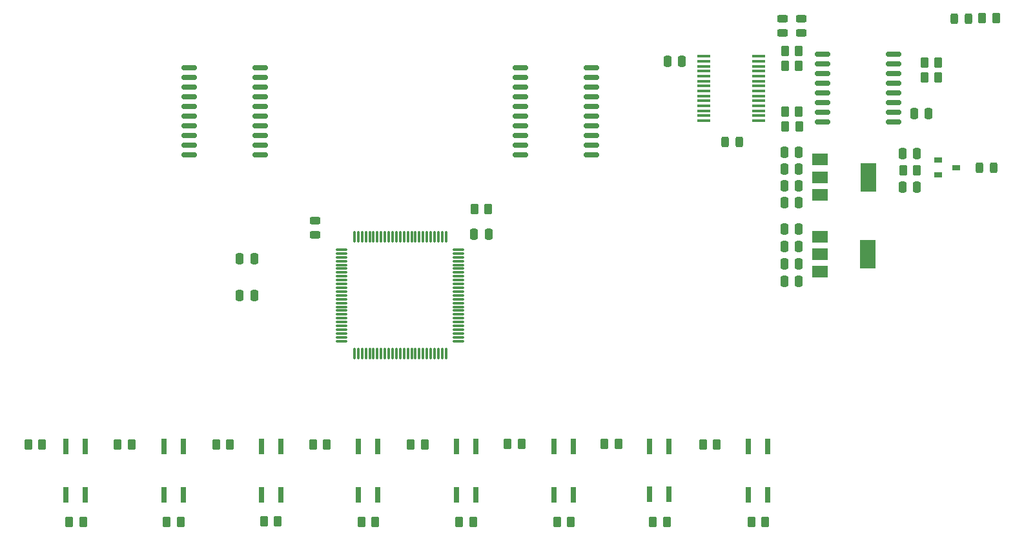
<source format=gtp>
%TF.GenerationSoftware,KiCad,Pcbnew,(6.0.0)*%
%TF.CreationDate,2022-05-07T11:17:07+05:30*%
%TF.ProjectId,Motion_Control_Board2.0,4d6f7469-6f6e-45f4-936f-6e74726f6c5f,rev?*%
%TF.SameCoordinates,Original*%
%TF.FileFunction,Paste,Top*%
%TF.FilePolarity,Positive*%
%FSLAX46Y46*%
G04 Gerber Fmt 4.6, Leading zero omitted, Abs format (unit mm)*
G04 Created by KiCad (PCBNEW (6.0.0)) date 2022-05-07 11:17:07*
%MOMM*%
%LPD*%
G01*
G04 APERTURE LIST*
G04 Aperture macros list*
%AMRoundRect*
0 Rectangle with rounded corners*
0 $1 Rounding radius*
0 $2 $3 $4 $5 $6 $7 $8 $9 X,Y pos of 4 corners*
0 Add a 4 corners polygon primitive as box body*
4,1,4,$2,$3,$4,$5,$6,$7,$8,$9,$2,$3,0*
0 Add four circle primitives for the rounded corners*
1,1,$1+$1,$2,$3*
1,1,$1+$1,$4,$5*
1,1,$1+$1,$6,$7*
1,1,$1+$1,$8,$9*
0 Add four rect primitives between the rounded corners*
20,1,$1+$1,$2,$3,$4,$5,0*
20,1,$1+$1,$4,$5,$6,$7,0*
20,1,$1+$1,$6,$7,$8,$9,0*
20,1,$1+$1,$8,$9,$2,$3,0*%
G04 Aperture macros list end*
%ADD10RoundRect,0.250000X0.250000X0.475000X-0.250000X0.475000X-0.250000X-0.475000X0.250000X-0.475000X0*%
%ADD11RoundRect,0.243750X-0.243750X-0.456250X0.243750X-0.456250X0.243750X0.456250X-0.243750X0.456250X0*%
%ADD12RoundRect,0.075000X-0.075000X0.662500X-0.075000X-0.662500X0.075000X-0.662500X0.075000X0.662500X0*%
%ADD13RoundRect,0.075000X-0.662500X0.075000X-0.662500X-0.075000X0.662500X-0.075000X0.662500X0.075000X0*%
%ADD14RoundRect,0.250000X-0.250000X-0.475000X0.250000X-0.475000X0.250000X0.475000X-0.250000X0.475000X0*%
%ADD15R,0.640000X2.000000*%
%ADD16R,2.000000X1.500000*%
%ADD17R,2.000000X3.800000*%
%ADD18RoundRect,0.250000X-0.262500X-0.450000X0.262500X-0.450000X0.262500X0.450000X-0.262500X0.450000X0*%
%ADD19RoundRect,0.250000X0.262500X0.450000X-0.262500X0.450000X-0.262500X-0.450000X0.262500X-0.450000X0*%
%ADD20RoundRect,0.243750X0.456250X-0.243750X0.456250X0.243750X-0.456250X0.243750X-0.456250X-0.243750X0*%
%ADD21RoundRect,0.150000X-0.875000X-0.150000X0.875000X-0.150000X0.875000X0.150000X-0.875000X0.150000X0*%
%ADD22RoundRect,0.243750X-0.456250X0.243750X-0.456250X-0.243750X0.456250X-0.243750X0.456250X0.243750X0*%
%ADD23RoundRect,0.243750X0.243750X0.456250X-0.243750X0.456250X-0.243750X-0.456250X0.243750X-0.456250X0*%
%ADD24RoundRect,0.150000X0.875000X0.150000X-0.875000X0.150000X-0.875000X-0.150000X0.875000X-0.150000X0*%
%ADD25R,1.750000X0.450000*%
%ADD26R,1.000000X0.700000*%
G04 APERTURE END LIST*
D10*
%TO.C,C26*%
X118843099Y-109356987D03*
X116943099Y-109356987D03*
%TD*%
D11*
%TO.C,D1*%
X210648299Y-72984187D03*
X212523299Y-72984187D03*
%TD*%
D12*
%TO.C,U14*%
X143999699Y-101669087D03*
X143499699Y-101669087D03*
X142999699Y-101669087D03*
X142499699Y-101669087D03*
X141999699Y-101669087D03*
X141499699Y-101669087D03*
X140999699Y-101669087D03*
X140499699Y-101669087D03*
X139999699Y-101669087D03*
X139499699Y-101669087D03*
X138999699Y-101669087D03*
X138499699Y-101669087D03*
X137999699Y-101669087D03*
X137499699Y-101669087D03*
X136999699Y-101669087D03*
X136499699Y-101669087D03*
X135999699Y-101669087D03*
X135499699Y-101669087D03*
X134999699Y-101669087D03*
X134499699Y-101669087D03*
X133999699Y-101669087D03*
X133499699Y-101669087D03*
X132999699Y-101669087D03*
X132499699Y-101669087D03*
X131999699Y-101669087D03*
D13*
X130337199Y-103331587D03*
X130337199Y-103831587D03*
X130337199Y-104331587D03*
X130337199Y-104831587D03*
X130337199Y-105331587D03*
X130337199Y-105831587D03*
X130337199Y-106331587D03*
X130337199Y-106831587D03*
X130337199Y-107331587D03*
X130337199Y-107831587D03*
X130337199Y-108331587D03*
X130337199Y-108831587D03*
X130337199Y-109331587D03*
X130337199Y-109831587D03*
X130337199Y-110331587D03*
X130337199Y-110831587D03*
X130337199Y-111331587D03*
X130337199Y-111831587D03*
X130337199Y-112331587D03*
X130337199Y-112831587D03*
X130337199Y-113331587D03*
X130337199Y-113831587D03*
X130337199Y-114331587D03*
X130337199Y-114831587D03*
X130337199Y-115331587D03*
D12*
X131999699Y-116994087D03*
X132499699Y-116994087D03*
X132999699Y-116994087D03*
X133499699Y-116994087D03*
X133999699Y-116994087D03*
X134499699Y-116994087D03*
X134999699Y-116994087D03*
X135499699Y-116994087D03*
X135999699Y-116994087D03*
X136499699Y-116994087D03*
X136999699Y-116994087D03*
X137499699Y-116994087D03*
X137999699Y-116994087D03*
X138499699Y-116994087D03*
X138999699Y-116994087D03*
X139499699Y-116994087D03*
X139999699Y-116994087D03*
X140499699Y-116994087D03*
X140999699Y-116994087D03*
X141499699Y-116994087D03*
X141999699Y-116994087D03*
X142499699Y-116994087D03*
X142999699Y-116994087D03*
X143499699Y-116994087D03*
X143999699Y-116994087D03*
D13*
X145662199Y-115331587D03*
X145662199Y-114831587D03*
X145662199Y-114331587D03*
X145662199Y-113831587D03*
X145662199Y-113331587D03*
X145662199Y-112831587D03*
X145662199Y-112331587D03*
X145662199Y-111831587D03*
X145662199Y-111331587D03*
X145662199Y-110831587D03*
X145662199Y-110331587D03*
X145662199Y-109831587D03*
X145662199Y-109331587D03*
X145662199Y-108831587D03*
X145662199Y-108331587D03*
X145662199Y-107831587D03*
X145662199Y-107331587D03*
X145662199Y-106831587D03*
X145662199Y-106331587D03*
X145662199Y-105831587D03*
X145662199Y-105331587D03*
X145662199Y-104831587D03*
X145662199Y-104331587D03*
X145662199Y-103831587D03*
X145662199Y-103331587D03*
%TD*%
D14*
%TO.C,C20*%
X173031299Y-78597587D03*
X174931299Y-78597587D03*
%TD*%
D15*
%TO.C,U10*%
X183641599Y-135493987D03*
X186181599Y-135493987D03*
X186181599Y-129193987D03*
X183641599Y-129193987D03*
%TD*%
D16*
%TO.C,U1*%
X193066099Y-91512187D03*
X193066099Y-93812187D03*
X193066099Y-96112187D03*
D17*
X199366099Y-93812187D03*
%TD*%
D18*
%TO.C,R39*%
X171148599Y-139024187D03*
X172973599Y-139024187D03*
%TD*%
D19*
%TO.C,FB1*%
X205766899Y-92897787D03*
X203941899Y-92897787D03*
%TD*%
D18*
%TO.C,R28*%
X188473299Y-79232587D03*
X190298299Y-79232587D03*
%TD*%
D20*
%TO.C,D2*%
X188164699Y-74884587D03*
X188164699Y-73009587D03*
%TD*%
D18*
%TO.C,R36*%
X100942999Y-128889587D03*
X102767999Y-128889587D03*
%TD*%
D15*
%TO.C,U5*%
X107035199Y-135493987D03*
X109575199Y-135493987D03*
X109575199Y-129193987D03*
X107035199Y-129193987D03*
%TD*%
D10*
%TO.C,C7*%
X190298299Y-92770787D03*
X188398299Y-92770787D03*
%TD*%
D21*
%TO.C,U15*%
X110360899Y-79486587D03*
X110360899Y-80756587D03*
X110360899Y-82026587D03*
X110360899Y-83296587D03*
X110360899Y-84566587D03*
X110360899Y-85836587D03*
X110360899Y-87106587D03*
X110360899Y-88376587D03*
X110360899Y-89646587D03*
X110360899Y-90916587D03*
X119660899Y-90916587D03*
X119660899Y-89646587D03*
X119660899Y-88376587D03*
X119660899Y-87106587D03*
X119660899Y-85836587D03*
X119660899Y-84566587D03*
X119660899Y-83296587D03*
X119660899Y-82026587D03*
X119660899Y-80756587D03*
X119660899Y-79486587D03*
%TD*%
D15*
%TO.C,U4*%
X119785999Y-135494387D03*
X122325999Y-135494387D03*
X122325999Y-129194387D03*
X119785999Y-129194387D03*
%TD*%
D14*
%TO.C,C31*%
X147682099Y-101305187D03*
X149582099Y-101305187D03*
%TD*%
D19*
%TO.C,R22*%
X216124800Y-72974200D03*
X214299800Y-72974200D03*
%TD*%
D18*
%TO.C,R13*%
X107394599Y-139024187D03*
X109219599Y-139024187D03*
%TD*%
D10*
%TO.C,C8*%
X190298299Y-102930787D03*
X188398299Y-102930787D03*
%TD*%
%TO.C,C2*%
X190298299Y-107502787D03*
X188398299Y-107502787D03*
%TD*%
D18*
%TO.C,R26*%
X188471399Y-85201587D03*
X190296399Y-85201587D03*
%TD*%
D15*
%TO.C,U8*%
X170738399Y-135443187D03*
X173278399Y-135443187D03*
X173278399Y-129143187D03*
X170738399Y-129143187D03*
%TD*%
D22*
%TO.C,D5*%
X126873000Y-99517200D03*
X126873000Y-101392200D03*
%TD*%
D18*
%TO.C,R37*%
X126571599Y-128889587D03*
X128396599Y-128889587D03*
%TD*%
D16*
%TO.C,U2*%
X193041099Y-101646787D03*
X193041099Y-103946787D03*
X193041099Y-106246787D03*
D17*
X199341099Y-103946787D03*
%TD*%
D10*
%TO.C,C1*%
X190298299Y-97139587D03*
X188398299Y-97139587D03*
%TD*%
D23*
%TO.C,D4*%
X182449699Y-89163987D03*
X180574699Y-89163987D03*
%TD*%
D15*
%TO.C,U6*%
X132536799Y-135494387D03*
X135076799Y-135494387D03*
X135076799Y-129194387D03*
X132536799Y-129194387D03*
%TD*%
D14*
%TO.C,C13*%
X205416299Y-85430187D03*
X207316299Y-85430187D03*
%TD*%
D24*
%TO.C,U12*%
X202669899Y-86547787D03*
X202669899Y-85277787D03*
X202669899Y-84007787D03*
X202669899Y-82737787D03*
X202669899Y-81467787D03*
X202669899Y-80197787D03*
X202669899Y-78927787D03*
X202669899Y-77657787D03*
X193369899Y-77657787D03*
X193369899Y-78927787D03*
X193369899Y-80197787D03*
X193369899Y-81467787D03*
X193369899Y-82737787D03*
X193369899Y-84007787D03*
X193369899Y-85277787D03*
X193369899Y-86547787D03*
%TD*%
D18*
%TO.C,R25*%
X188484437Y-87182256D03*
X190309437Y-87182256D03*
%TD*%
%TO.C,R41*%
X184051799Y-139049587D03*
X185876799Y-139049587D03*
%TD*%
%TO.C,R38*%
X89235499Y-128889587D03*
X91060499Y-128889587D03*
%TD*%
%TO.C,R16*%
X113846199Y-128864187D03*
X115671199Y-128864187D03*
%TD*%
%TO.C,R27*%
X188473299Y-77225987D03*
X190298299Y-77225987D03*
%TD*%
D20*
%TO.C,D3*%
X190603099Y-74909987D03*
X190603099Y-73034987D03*
%TD*%
D18*
%TO.C,R44*%
X152082437Y-128838256D03*
X153907437Y-128838256D03*
%TD*%
%TO.C,R12*%
X120145399Y-138998787D03*
X121970399Y-138998787D03*
%TD*%
D21*
%TO.C,U16*%
X153744099Y-79461187D03*
X153744099Y-80731187D03*
X153744099Y-82001187D03*
X153744099Y-83271187D03*
X153744099Y-84541187D03*
X153744099Y-85811187D03*
X153744099Y-87081187D03*
X153744099Y-88351187D03*
X153744099Y-89621187D03*
X153744099Y-90891187D03*
X163044099Y-90891187D03*
X163044099Y-89621187D03*
X163044099Y-88351187D03*
X163044099Y-87081187D03*
X163044099Y-85811187D03*
X163044099Y-84541187D03*
X163044099Y-83271187D03*
X163044099Y-82001187D03*
X163044099Y-80731187D03*
X163044099Y-79461187D03*
%TD*%
D18*
%TO.C,R46*%
X139398599Y-128864187D03*
X141223599Y-128864187D03*
%TD*%
%TO.C,R45*%
X177699899Y-128864187D03*
X179524899Y-128864187D03*
%TD*%
D10*
%TO.C,C11*%
X190298299Y-90510187D03*
X188398299Y-90510187D03*
%TD*%
%TO.C,C28*%
X118848099Y-104480187D03*
X116948099Y-104480187D03*
%TD*%
%TO.C,C4*%
X190298299Y-94955187D03*
X188398299Y-94955187D03*
%TD*%
D18*
%TO.C,R20*%
X206761299Y-78749987D03*
X208586299Y-78749987D03*
%TD*%
D23*
%TO.C,F1*%
X215825299Y-92592987D03*
X213950299Y-92592987D03*
%TD*%
D10*
%TO.C,C12*%
X190293299Y-100644787D03*
X188393299Y-100644787D03*
%TD*%
D19*
%TO.C,FB2*%
X149556699Y-98003187D03*
X147731699Y-98003187D03*
%TD*%
D15*
%TO.C,U7*%
X94157399Y-135493587D03*
X96697399Y-135493587D03*
X96697399Y-129193587D03*
X94157399Y-129193587D03*
%TD*%
D18*
%TO.C,R14*%
X132921599Y-139049587D03*
X134746599Y-139049587D03*
%TD*%
%TO.C,R40*%
X158550199Y-139049587D03*
X160375199Y-139049587D03*
%TD*%
%TO.C,R21*%
X206761299Y-80731187D03*
X208586299Y-80731187D03*
%TD*%
D10*
%TO.C,C5*%
X190298299Y-105216787D03*
X188398299Y-105216787D03*
%TD*%
D25*
%TO.C,U13*%
X177808299Y-77953987D03*
X177808299Y-78603987D03*
X177808299Y-79253987D03*
X177808299Y-79903987D03*
X177808299Y-80553987D03*
X177808299Y-81203987D03*
X177808299Y-81853987D03*
X177808299Y-82503987D03*
X177808299Y-83153987D03*
X177808299Y-83803987D03*
X177808299Y-84453987D03*
X177808299Y-85103987D03*
X177808299Y-85753987D03*
X177808299Y-86403987D03*
X185008299Y-86403987D03*
X185008299Y-85753987D03*
X185008299Y-85103987D03*
X185008299Y-84453987D03*
X185008299Y-83803987D03*
X185008299Y-83153987D03*
X185008299Y-82503987D03*
X185008299Y-81853987D03*
X185008299Y-81203987D03*
X185008299Y-80553987D03*
X185008299Y-79903987D03*
X185008299Y-79253987D03*
X185008299Y-78603987D03*
X185008299Y-77953987D03*
%TD*%
D18*
%TO.C,R15*%
X94592999Y-139049587D03*
X96417999Y-139049587D03*
%TD*%
%TO.C,R43*%
X164786237Y-128863656D03*
X166611237Y-128863656D03*
%TD*%
D14*
%TO.C,C6*%
X203892299Y-90713387D03*
X205792299Y-90713387D03*
%TD*%
D26*
%TO.C,Q1*%
X208529299Y-91592187D03*
X208529299Y-93492187D03*
X210929299Y-92542187D03*
%TD*%
D14*
%TO.C,C9*%
X203892299Y-95082187D03*
X205792299Y-95082187D03*
%TD*%
D15*
%TO.C,U11*%
X145363799Y-135468587D03*
X147903799Y-135468587D03*
X147903799Y-129168587D03*
X145363799Y-129168587D03*
%TD*%
%TO.C,U9*%
X158190799Y-135468587D03*
X160730799Y-135468587D03*
X160730799Y-129168587D03*
X158190799Y-129168587D03*
%TD*%
D18*
%TO.C,R42*%
X145723199Y-139024187D03*
X147548199Y-139024187D03*
%TD*%
M02*

</source>
